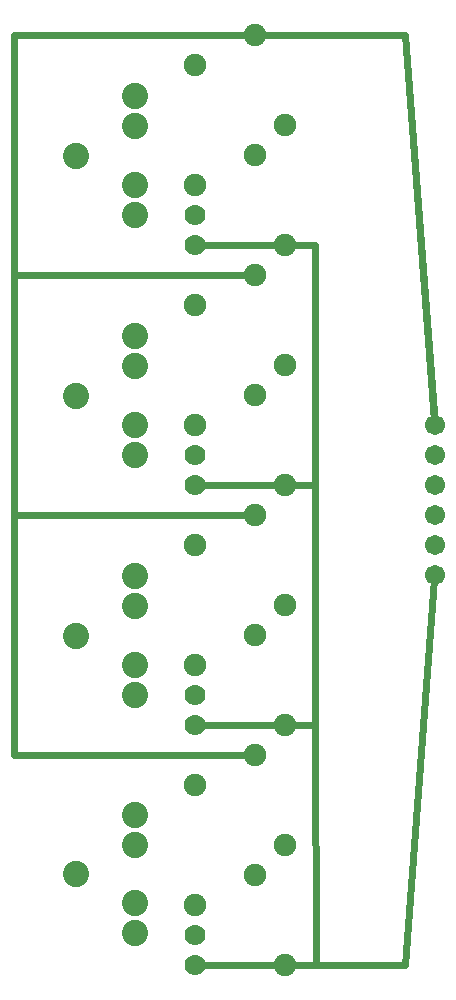
<source format=gtl>
G04 MADE WITH FRITZING*
G04 WWW.FRITZING.ORG*
G04 DOUBLE SIDED*
G04 HOLES PLATED*
G04 CONTOUR ON CENTER OF CONTOUR VECTOR*
%ASAXBY*%
%FSLAX23Y23*%
%MOIN*%
%OFA0B0*%
%SFA1.0B1.0*%
%ADD10C,0.087695*%
%ADD11C,0.087722*%
%ADD12C,0.070000*%
%ADD13C,0.075000*%
%ADD14C,0.067559*%
%ADD15C,0.024000*%
%LNCOPPER1*%
G90*
G70*
G54D10*
X328Y2005D03*
G54D11*
X525Y2202D03*
X525Y2104D03*
G54D10*
X525Y1907D03*
G54D11*
X525Y1808D03*
G54D10*
X328Y1205D03*
G54D11*
X525Y1402D03*
X525Y1304D03*
G54D10*
X525Y1107D03*
G54D11*
X525Y1008D03*
G54D10*
X328Y2805D03*
G54D11*
X525Y3002D03*
X525Y2904D03*
G54D10*
X525Y2707D03*
G54D11*
X525Y2608D03*
G54D12*
X725Y1707D03*
X725Y1807D03*
X725Y907D03*
X725Y1007D03*
X725Y2507D03*
X725Y2607D03*
G54D13*
X725Y2307D03*
X725Y1907D03*
X725Y1507D03*
X725Y1107D03*
X725Y3107D03*
X725Y2707D03*
X925Y2407D03*
X925Y2007D03*
X925Y1607D03*
X925Y1207D03*
X925Y3207D03*
X925Y2807D03*
X1025Y1707D03*
X1025Y2107D03*
X1025Y907D03*
X1025Y1307D03*
X1025Y2507D03*
X1025Y2907D03*
G54D14*
X1525Y1907D03*
X1525Y1807D03*
X1525Y1707D03*
X1525Y1607D03*
X1525Y1507D03*
X1525Y1407D03*
G54D10*
X328Y410D03*
G54D11*
X525Y607D03*
X525Y508D03*
G54D10*
X525Y312D03*
G54D11*
X525Y213D03*
G54D13*
X725Y707D03*
X725Y307D03*
G54D12*
X725Y107D03*
X725Y207D03*
G54D13*
X925Y807D03*
X925Y407D03*
X1025Y107D03*
X1025Y507D03*
G54D15*
X124Y3208D02*
X1426Y3208D01*
D02*
X1426Y3208D02*
X1524Y1921D01*
D02*
X124Y1607D02*
X124Y3208D01*
D02*
X908Y1607D02*
X124Y1607D01*
D02*
X124Y3208D02*
X908Y3207D01*
D02*
X124Y2408D02*
X124Y3208D01*
D02*
X908Y2407D02*
X124Y2408D01*
D02*
X124Y2408D02*
X908Y2407D01*
D02*
X124Y1607D02*
X124Y2408D01*
D02*
X908Y1607D02*
X124Y1607D01*
D02*
X124Y1607D02*
X124Y807D01*
D02*
X124Y807D02*
X908Y807D01*
D02*
X908Y1607D02*
X124Y1607D01*
D02*
X1426Y108D02*
X1524Y1393D01*
D02*
X1129Y108D02*
X1426Y108D01*
D02*
X1425Y3207D02*
X943Y3207D01*
D02*
X1525Y1907D02*
X1425Y3207D01*
D02*
X1008Y2507D02*
X740Y2507D01*
D02*
X1008Y1707D02*
X740Y1707D01*
D02*
X1008Y907D02*
X740Y907D01*
D02*
X1008Y107D02*
X740Y107D01*
D02*
X1129Y108D02*
X1043Y107D01*
D02*
X1125Y907D02*
X1129Y108D01*
D02*
X1043Y907D02*
X1125Y907D01*
D02*
X1125Y907D02*
X1043Y907D01*
D02*
X1125Y1707D02*
X1125Y907D01*
D02*
X1043Y1707D02*
X1125Y1707D01*
D02*
X1125Y1707D02*
X1125Y2507D01*
D02*
X1125Y2507D02*
X1043Y2507D01*
D02*
X1043Y1707D02*
X1125Y1707D01*
G04 End of Copper1*
M02*
</source>
